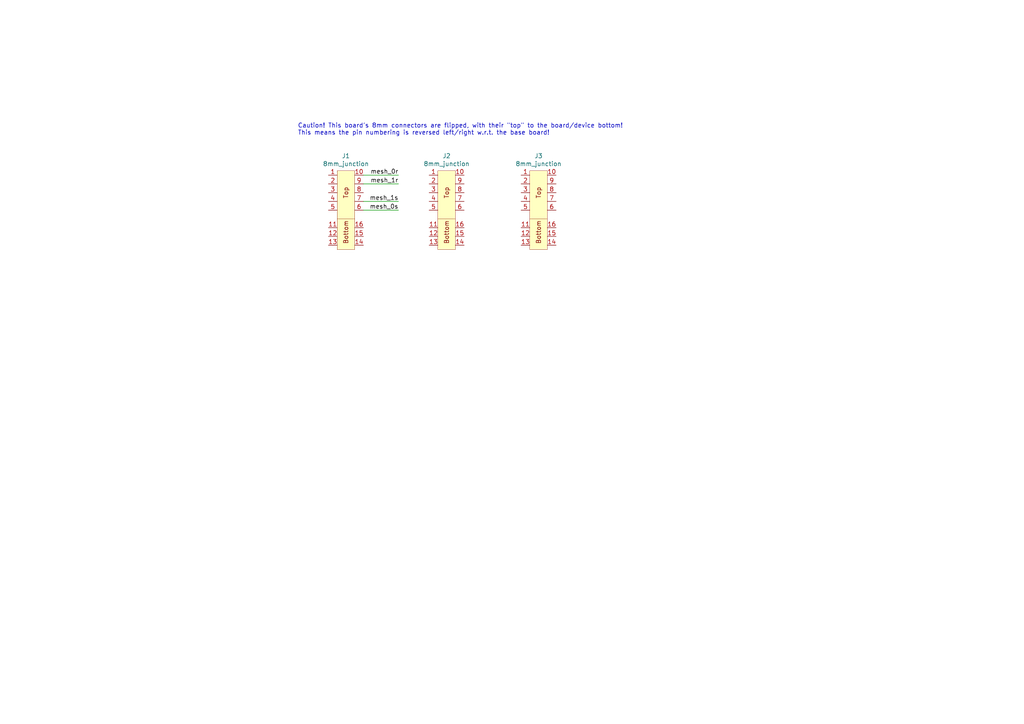
<source format=kicad_sch>
(kicad_sch (version 20200828) (generator eeschema)
  (page 1 1)
  (paper "A4")
  (lib_symbols
    (symbol "common_symbols:8mm_junction"
      (property "Reference" "J" (at 0 0 0))
      (property "Value" "8mm_junction" (at -1.27 13.97 0))
      (symbol "8mm_junction_0_0"
        (text "Top" (at 0 3.81 900) (effects (font (size 1.27 1.27))))
        (text "Bottom" (at 0 -7.62 900) (effects (font (size 1.27 1.27))))
      )
      (symbol "8mm_junction_0_1"
        (rectangle (start -2.54 -12.7) (end 2.54 10.16) (stroke (width 0.001)) (fill (type background)))
        (polyline (pts (xy -2.54 -3.81) (xy 2.54 -3.81)) (stroke (width 0.0006)))
      )
      (symbol "8mm_junction_1_1"
        (pin input line (at -5.08 8.89 0) (length 2.54) (name "") (number "1"))
        (pin input line (at -5.08 6.35 0) (length 2.54) (name "") (number "2"))
        (pin input line (at -5.08 3.81 0) (length 2.54) (name "") (number "3"))
        (pin input line (at -5.08 1.27 0) (length 2.54) (name "") (number "4"))
        (pin input line (at -5.08 -1.27 0) (length 2.54) (name "") (number "5"))
        (pin input line (at 5.08 -1.27 180) (length 2.54) (name "") (number "6"))
        (pin input line (at 5.08 1.27 180) (length 2.54) (name "") (number "7"))
        (pin input line (at 5.08 3.81 180) (length 2.54) (name "") (number "8"))
        (pin input line (at 5.08 6.35 180) (length 2.54) (name "") (number "9"))
        (pin input line (at 5.08 8.89 180) (length 2.54) (name "") (number "10"))
        (pin input line (at -5.08 -6.35 0) (length 2.54) (name "") (number "11"))
        (pin input line (at -5.08 -8.89 0) (length 2.54) (name "") (number "12"))
        (pin input line (at -5.08 -11.43 0) (length 2.54) (name "") (number "13"))
        (pin input line (at 5.08 -11.43 180) (length 2.54) (name "") (number "14"))
        (pin input line (at 5.08 -8.89 180) (length 2.54) (name "") (number "15"))
        (pin input line (at 5.08 -6.35 180) (length 2.54) (name "") (number "16"))
      )
    )
  )
  (wire (pts (xy 105.41 50.8) (xy 115.57 50.8)))
  (wire (pts (xy 105.41 53.34) (xy 115.57 53.34)))
  (wire (pts (xy 105.41 58.42) (xy 115.57 58.42)))
  (wire (pts (xy 105.41 60.96) (xy 115.57 60.96)))
  (text "Caution! This board's 8mm connectors are flipped, with their \"top\" to the board/device bottom!\nThis means the pin numbering is reversed left/right w.r.t. the base board!" (at 86.36 39.37 0) (effects (font (size 1.27 1.27)) (justify left bottom)))
  (label "mesh_0r" (at 115.57 50.8 180))
  (label "mesh_1r" (at 115.57 53.34 180))
  (label "mesh_1s" (at 115.57 58.42 180))
  (label "mesh_0s" (at 115.57 60.96 180))
  (symbol (lib_id "common_symbols:8mm_junction") (at 100.33 59.69 0) (unit 1)
    (property "Reference" "J1" (at 100.33 45.218 0))
    (property "Value" "8mm_junction" (at 100.33 47.5169 0))
    (property "Footprint" "common_footprints:8mm_base" (effects hide))
  )
  (symbol (lib_id "common_symbols:8mm_junction") (at 129.54 59.69 0) (unit 1)
    (property "Reference" "J2" (at 129.54 45.218 0))
    (property "Value" "8mm_junction" (at 129.54 47.5169 0))
    (property "Footprint" "common_footprints:8mm_base" (effects hide))
  )
  (symbol (lib_id "common_symbols:8mm_junction") (at 156.21 59.69 0) (unit 1)
    (property "Reference" "J3" (at 156.21 45.218 0))
    (property "Value" "8mm_junction" (at 156.21 47.5169 0))
    (property "Footprint" "common_footprints:8mm_base" (effects hide))
  )
)
</source>
